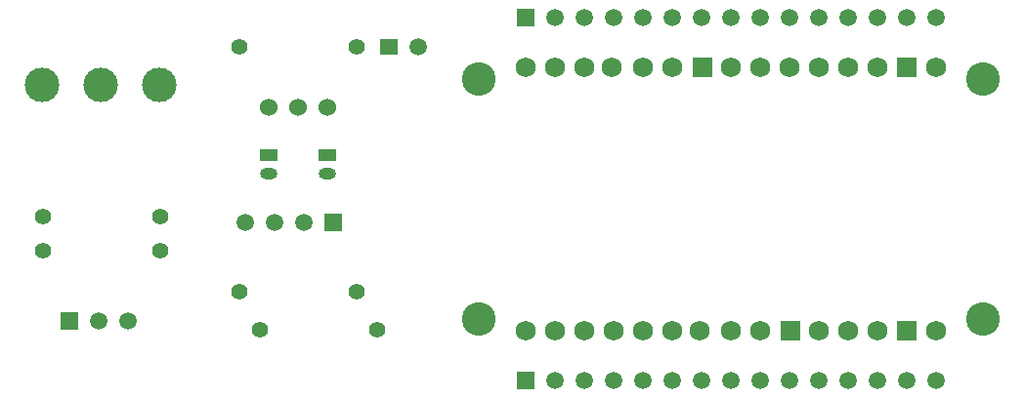
<source format=gtl>
G04 Layer_Physical_Order=1*
G04 Layer_Color=255*
%FSLAX44Y44*%
%MOMM*%
G71*
G01*
G75*
%ADD10C,1.5240*%
%ADD11R,1.5000X1.4000*%
%ADD12C,1.5000*%
%ADD13C,1.4000*%
%ADD14C,3.0000*%
%ADD15R,1.5000X1.5000*%
%ADD16O,1.5000X1.0000*%
%ADD17R,1.5000X1.0000*%
%ADD18C,2.9210*%
%ADD19C,1.7526*%
%ADD20R,1.7526X1.7526*%
D10*
X606044Y87884D02*
D03*
X256540Y281940D02*
D03*
X281940Y281690D02*
D03*
X307340Y282190D02*
D03*
D11*
X360680Y334010D02*
D03*
D12*
X386080D02*
D03*
X287020Y181610D02*
D03*
X236220D02*
D03*
X134620Y96520D02*
D03*
X109220D02*
D03*
X834390Y359410D02*
D03*
X808990D02*
D03*
X783590D02*
D03*
X758190D02*
D03*
X732790D02*
D03*
X707390D02*
D03*
X681990D02*
D03*
X656590D02*
D03*
X631190D02*
D03*
X605790D02*
D03*
X580390D02*
D03*
X554990D02*
D03*
X529590D02*
D03*
X504190D02*
D03*
X834390Y44450D02*
D03*
X808990D02*
D03*
X783590D02*
D03*
X758190D02*
D03*
X732790D02*
D03*
X707390D02*
D03*
X681990D02*
D03*
X656590D02*
D03*
X631190D02*
D03*
X605790D02*
D03*
X580390D02*
D03*
X554990D02*
D03*
X529590D02*
D03*
X504190D02*
D03*
X261620Y181610D02*
D03*
D13*
X231140Y334010D02*
D03*
X332740D02*
D03*
X60960Y157480D02*
D03*
X162560D02*
D03*
Y186690D02*
D03*
X60960D02*
D03*
X350520Y88900D02*
D03*
X248920D02*
D03*
X231140Y121920D02*
D03*
X332740D02*
D03*
D14*
X59690Y300990D02*
D03*
X110490D02*
D03*
X161290D02*
D03*
D15*
X312420Y181610D02*
D03*
X83820Y96520D02*
D03*
X478790Y359410D02*
D03*
Y44450D02*
D03*
D16*
X256540Y224030D02*
D03*
X307340D02*
D03*
D17*
X256540Y240030D02*
D03*
X307340D02*
D03*
D18*
X438404Y306324D02*
D03*
Y98044D02*
D03*
X875284Y306324D02*
D03*
Y98044D02*
D03*
D19*
X834644Y87884D02*
D03*
X733044D02*
D03*
X758444D02*
D03*
X783844D02*
D03*
X682244D02*
D03*
X656844D02*
D03*
X630174D02*
D03*
X479044D02*
D03*
X504444D02*
D03*
X529844D02*
D03*
X555244D02*
D03*
X580644D02*
D03*
X606044D02*
D03*
X834644Y316484D02*
D03*
X733044D02*
D03*
X758444D02*
D03*
X783844D02*
D03*
X707644D02*
D03*
X682244D02*
D03*
X656844D02*
D03*
X479044D02*
D03*
X504444D02*
D03*
X529844D02*
D03*
X553974D02*
D03*
X580644D02*
D03*
X606044D02*
D03*
D20*
X809244Y87884D02*
D03*
X708914D02*
D03*
X809244Y316484D02*
D03*
X632714D02*
D03*
M02*

</source>
